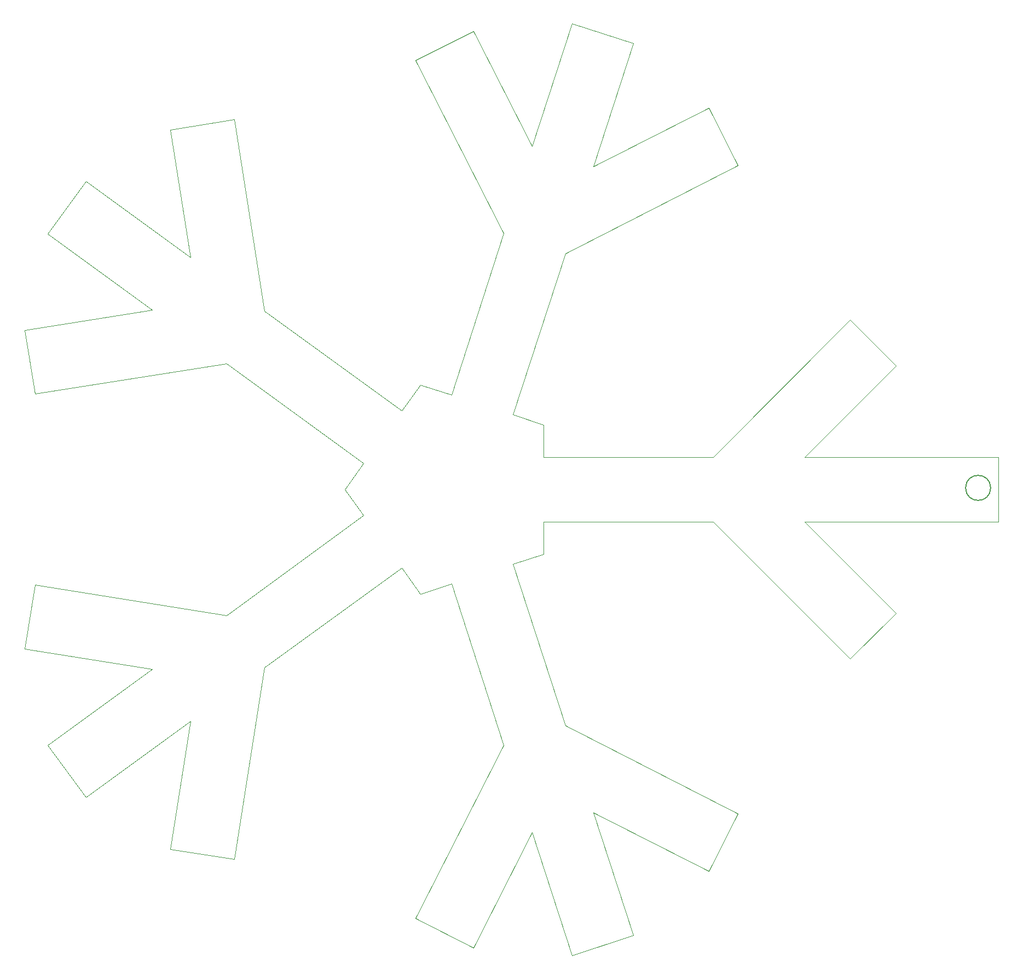
<source format=gbr>
G04 #@! TF.FileFunction,Profile,NP*
%FSLAX46Y46*%
G04 Gerber Fmt 4.6, Leading zero omitted, Abs format (unit mm)*
G04 Created by KiCad (PCBNEW 4.0.7) date 11/25/17 11:21:43*
%MOMM*%
%LPD*%
G01*
G04 APERTURE LIST*
%ADD10C,0.100000*%
%ADD11C,0.150000*%
G04 APERTURE END LIST*
D10*
D11*
X231423406Y-104775000D02*
G75*
G03X231423406Y-104775000I-1934406J0D01*
G01*
D10*
X232643236Y-100003600D02*
X232643236Y-110003600D01*
X222643236Y-110003600D02*
X232643236Y-110003600D01*
X222643236Y-100003600D02*
X232643236Y-100003600D01*
X165617062Y-141500776D02*
X192347258Y-155120491D01*
X192347258Y-155120491D02*
X187807353Y-164030556D01*
X187807353Y-164030556D02*
X169987223Y-154950746D01*
X169987223Y-154950746D02*
X176167562Y-173971876D01*
X176167562Y-173971876D02*
X166656997Y-177062046D01*
X166656997Y-177062046D02*
X160476657Y-158040916D01*
X160476657Y-158040916D02*
X151396847Y-175861046D01*
X151396847Y-175861046D02*
X142486782Y-171321141D01*
X142486782Y-171321141D02*
X156106497Y-144590946D01*
X156106497Y-144590946D02*
X147995817Y-119628840D01*
X143247811Y-121171561D02*
X147995817Y-119628840D01*
X140313382Y-117132665D02*
X143247811Y-121171561D01*
X140313382Y-117132665D02*
X119079346Y-132560095D01*
X119079346Y-132560095D02*
X114386313Y-162190745D01*
X114386313Y-162190745D02*
X104509429Y-160626401D01*
X104509429Y-160626401D02*
X107638118Y-140872634D01*
X107638118Y-140872634D02*
X91457779Y-152628339D01*
X91457779Y-152628339D02*
X85579926Y-144538169D01*
X85579926Y-144538169D02*
X101760266Y-132782464D01*
X101760266Y-132782464D02*
X82006499Y-129653775D01*
X82006499Y-129653775D02*
X83570844Y-119776891D01*
X83570844Y-119776891D02*
X113201494Y-124469925D01*
X157506383Y-116538670D02*
X165617062Y-141500776D01*
X113201494Y-124469925D02*
X134435529Y-109042495D01*
X209714303Y-78790397D02*
X216785371Y-85861464D01*
X216785371Y-85861464D02*
X202643236Y-100003600D01*
X202643236Y-100003600D02*
X222643236Y-100003600D01*
X222643236Y-110003600D02*
X202643236Y-110003600D01*
X202643236Y-110003600D02*
X216785371Y-124145736D01*
X216785371Y-124145736D02*
X209714303Y-131216803D01*
X209714303Y-131216803D02*
X188501100Y-110003600D01*
X188501100Y-110003600D02*
X162254389Y-110003600D01*
X162254389Y-114995949D02*
X162254389Y-110003600D01*
X157506383Y-116538670D02*
X162254389Y-114995949D01*
X188501100Y-100003600D02*
X209714303Y-78790397D01*
X131501100Y-105003600D02*
X134435529Y-109042495D01*
X134435529Y-100964705D02*
X131501100Y-105003600D01*
X134435529Y-100964705D02*
X113201494Y-85537275D01*
X113201494Y-85537275D02*
X83570844Y-90230309D01*
X83570844Y-90230309D02*
X82006499Y-80353425D01*
X82006499Y-80353425D02*
X101760266Y-77224736D01*
X101760266Y-77224736D02*
X85579926Y-65469031D01*
X85579926Y-65469031D02*
X91457779Y-57378861D01*
X91457779Y-57378861D02*
X107638118Y-69134566D01*
X107638118Y-69134566D02*
X104509429Y-49380799D01*
X104509429Y-49380799D02*
X114386313Y-47816455D01*
X162254389Y-100003600D02*
X188501100Y-100003600D01*
X114386313Y-47816455D02*
X119079346Y-77447105D01*
X162254389Y-100003600D02*
X162254389Y-95011251D01*
X119079346Y-77447105D02*
X140313382Y-92874535D01*
X162254389Y-95011251D02*
X157506383Y-93468530D01*
X143247811Y-88835639D02*
X140313382Y-92874535D01*
X166656997Y-32945154D02*
X176167562Y-36035324D01*
X176167562Y-36035324D02*
X169987223Y-55056454D01*
X169987223Y-55056454D02*
X187807353Y-45976644D01*
X187807353Y-45976644D02*
X192347258Y-54886709D01*
X192347258Y-54886709D02*
X165617062Y-68506424D01*
X165617062Y-68506424D02*
X157506383Y-93468530D01*
X160476657Y-51966284D02*
X166656997Y-32945154D01*
X151396847Y-34146154D02*
X160476657Y-51966284D01*
X147995817Y-90378360D02*
X143247811Y-88835639D01*
X142486782Y-38686059D02*
X151396847Y-34146154D01*
X147995817Y-90378360D02*
X156106497Y-65416254D01*
X156106497Y-65416254D02*
X142486782Y-38686059D01*
M02*

</source>
